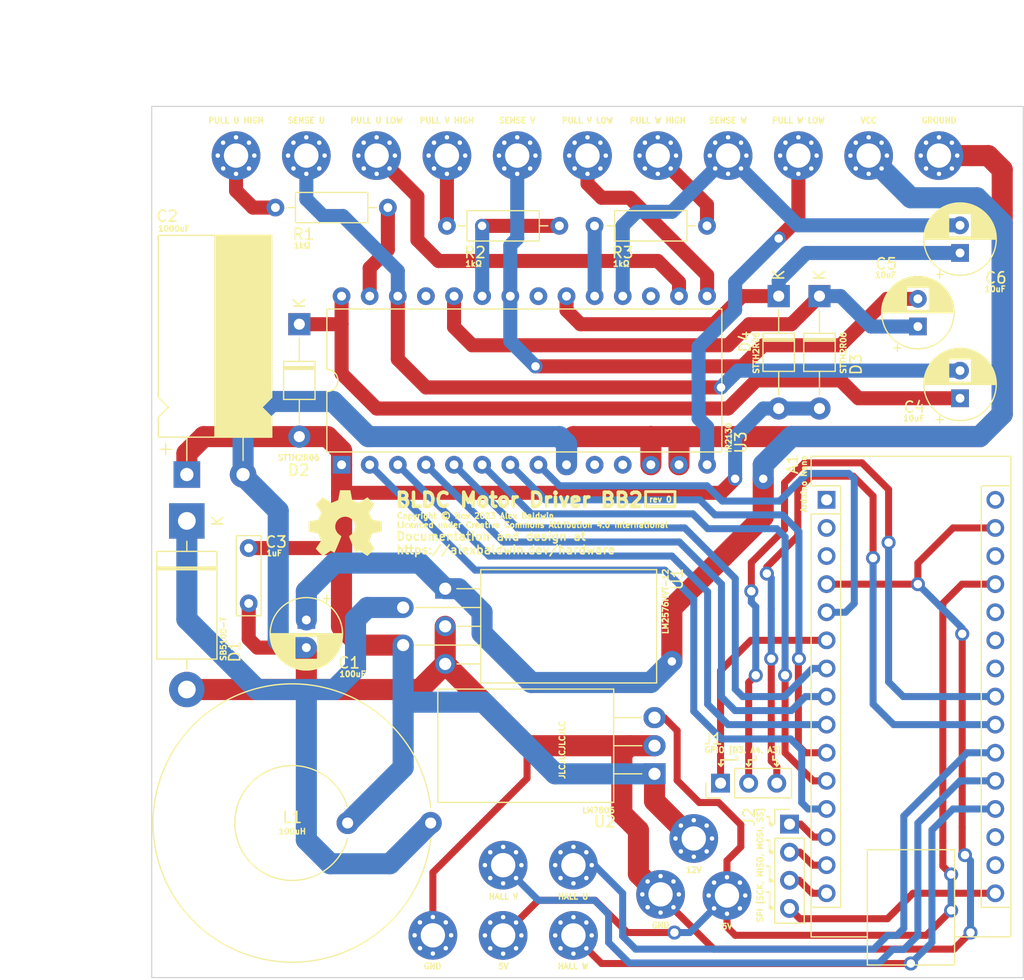
<source format=kicad_pcb>
(kicad_pcb (version 20211014) (generator pcbnew)
  (layers (0 "F.Cu" signal) (31 "B.Cu" signal) (34 "B.Paste" user) (35 "F.Paste" user) (36 "B.SilkS" user "B.Silkscreen") (37 "F.SilkS" user "F.Silkscreen") (38 "B.Mask" user) (39 "F.Mask" user) (44 "Edge.Cuts" user))
  (net 0 "")
  (net 4 "GNDPWR")
  (net 5 "/Motor Control/FAULT_LOGIC")
  (net 6 "/Motor Control/U_PULL_LOW_LOGIC")
  (net 7 "/Motor Control/W_PULL_HIGH_LOGIC")
  (net 8 "/Motor Control/V_PULL_HIGH_LOGIC")
  (net 9 "/Motor Control/W_PULL_LOW_LOGIC")
  (net 10 "/Motor Control/V_PULL_LOW_LOGIC")
  (net 11 "/Motor Control/U_PULL_HIGH_LOGIC")
  (net 14 "Net-(A1-Pad19)")
  (net 15 "Net-(A1-Pad20)")
  (net 16 "Net-(A1-Pad21)")
  (net 20 "+5V")
  (net 23 "VCC")
  (net 24 "+12V")
  (net 25 "Net-(C4-Pad1)")
  (net 26 "/Motor Control/MOTOR U")
  (net 27 "Net-(C5-Pad1)")
  (net 28 "/Motor Control/MOTOR_V")
  (net 29 "Net-(C6-Pad1)")
  (net 30 "/Motor Control/MOTOR_W")
  (net 31 "Net-(D1-Pad1)")
  (net 32 "/Motor Control/U_HIGH_SIDE_DRIVE")
  (net 33 "/Motor Control/U_LOW_SIDE_DRIVE")
  (net 34 "/Motor Control/V_HIGH_SIDE_DRIVE")
  (net 35 "/Motor Control/V_LOW_SIDE_DRIVE")
  (net 36 "/Motor Control/W_HIGH_SIDE_DRIVE")
  (net 37 "/Motor Control/W_LOW_SIDE_DRIVE")
  (net 38 "Net-(R1-Pad1)")
  (net 39 "Net-(R2-Pad1)")
  (net 40 "Net-(R3-Pad1)")
  (net 43 "Net-(A1-Pad13)")
  (net 44 "Net-(A1-Pad14)")
  (net 45 "Net-(A1-Pad15)")
  (net 46 "Net-(A1-Pad16)")
  (net 47 "Net-(A1-Pad22)")
  (net 48 "Net-(A1-Pad23)")
  (net 49 "Net-(J1-Pad1)")
  (footprint "Package_DIP:DIP-28_W15.24mm" (layer "F.Cu") (at 130.185 100.97 90)
    (fp_text reference "U3")
    (fp_text value "IR2130")
  )
  (footprint "Capacitor_THT:CP_Radial_D6.3mm_P2.50mm" (layer "F.Cu") (at 182.245 88.47428 90)
    (fp_text reference "C5")
    (fp_text value "10uF")
  )
  (footprint "Capacitor_THT:CP_Radial_D6.3mm_P2.50mm" (layer "F.Cu") (at 186.055 94.95952 90)
    (fp_text reference "C4")
    (fp_text value "10uF")
  )
  (footprint "Capacitor_THT:CP_Radial_D6.3mm_P2.50mm" (layer "F.Cu") (at 186.055 81.82738 90)
    (fp_text reference "C6")
    (fp_text value "10uF")
  )
  (footprint "Diode_THT:D_T-1_P10.16mm_Horizontal" (layer "F.Cu") (at 173.355 85.725 -90)
    (fp_text reference "D3")
    (fp_text value "STTH2R06")
  )
  (footprint "MountingHole:MountingHole_2.2mm_M2_Pad_Via" (layer "F.Cu") (at 165 139.9)
    (fp_text reference "H20" hide)
    (fp_text value "5VPWR")
  )
  (footprint "MountingHole:MountingHole_2.2mm_M2_Pad_Via" (layer "F.Cu") (at 146.05 73.025)
    (fp_text reference "H5" hide)
    (fp_text value "MOTOR_V")
  )
  (footprint "Custom_Capacitors:CP_L18.0mm_D10.0mm_P5.00mm_Horizontal" (layer "F.Cu") (at 118.745 101.854 90)
    (fp_text reference "C2")
    (fp_text value "1000uF")
  )
  (footprint "Package_TO_SOT_THT:TO-220-5_P3.4x3.8mm_StaggerEven_Lead7.13mm_TabDown" (layer "F.Cu") (at 139.545 112.17 -90)
    (fp_text reference "U1")
    (fp_text value "LM2576HVT-12")
  )
  (footprint "MountingHole:MountingHole_2.2mm_M2_Pad_Via" (layer "F.Cu") (at 138.43 143.5)
    (fp_text reference "H17" hide)
    (fp_text value "GND")
  )
  (footprint "MountingHole:MountingHole_2.2mm_M2_Pad_Via" (layer "F.Cu") (at 171.45 73.025)
    (fp_text reference "H9" hide)
    (fp_text value "W_LOW_SIDE_DRIVE")
  )
  (footprint "MountingHole:MountingHole_2.2mm_M2_Pad_Via" (layer "F.Cu") (at 159 139.8)
    (fp_text reference "H21" hide)
    (fp_text value "GND")
  )
  (footprint "Resistor_THT:R_Axial_DIN0207_L6.3mm_D2.5mm_P10.16mm_Horizontal" (layer "F.Cu") (at 149.86 79.375 180)
    (fp_text reference "R2")
    (fp_text value "1kΩ")
  )
  (footprint "Module:Arduino_Nano" (layer "F.Cu") (at 174 104.14)
    (fp_text reference "A1")
    (fp_text value "Arduino_Nano_v2.x")
  )
  (footprint "MountingHole:MountingHole_2.2mm_M2_Pad_Via" (layer "F.Cu") (at 151.13 143.51)
    (fp_text reference "H16" hide)
    (fp_text value "SENSE_W")
  )
  (footprint "MountingHole:MountingHole_2.2mm_M2_Pad_Via" (layer "F.Cu") (at 177.8 73.025)
    (fp_text reference "H10" hide)
    (fp_text value "VCC")
  )
  (footprint "MountingHole:MountingHole_2.2mm_M2_Pad_Via" (layer "F.Cu") (at 127 73.025)
    (fp_text reference "H2" hide)
    (fp_text value "MOTOR_U")
  )
  (footprint "MountingHole:MountingHole_2.2mm_M2_Pad_Via" (layer "F.Cu") (at 144.78 137.16)
    (fp_text reference "H15" hide)
    (fp_text value "SENSE_V")
  )
  (footprint "MountingHole:MountingHole_2.2mm_M2_Pad_Via" (layer "F.Cu") (at 162 134.75)
    (fp_text reference "H19" hide)
    (fp_text value "12VPWR")
  )
  (footprint "MountingHole:MountingHole_2.2mm_M2_Pad_Via" (layer "F.Cu") (at 133.35 73.025)
    (fp_text reference "H3" hide)
    (fp_text value "U_LOW_SIDE_DRIVE")
  )
  (footprint "Resistor_THT:R_Axial_DIN0207_L6.3mm_D2.5mm_P10.16mm_Horizontal" (layer "F.Cu") (at 153.035 79.375)
    (fp_text reference "R3")
    (fp_text value "1kΩ")
  )
  (footprint "Custom_Inductors:THT Toroidal Inductor Horizontal 25x12mm" (layer "F.Cu") (at 125.73 133.35)
    (fp_text reference "L1")
    (fp_text value "100uH")
  )
  (footprint "Connector_PinHeader_2.54mm:PinHeader_1x04_P2.54mm_Vertical" (layer "F.Cu") (at 170.65 133.45)
    (fp_text reference "J2")
    (fp_text value "SPI_CONNECTOR")
  )
  (footprint "MountingHole:MountingHole_2.2mm_M2_Pad_Via" (layer "F.Cu") (at 158.75 73.025)
    (fp_text reference "H7" hide)
    (fp_text value "W_HIGH_SIDE_DRIVE")
  )
  (footprint "Connector_PinHeader_2.54mm:PinHeader_1x03_P2.54mm_Vertical" (layer "F.Cu") (at 164.42 129.75 90)
    (fp_text reference "J1")
    (fp_text value "GPIO")
  )
  (footprint "Diode_THT:D_T-1_P10.16mm_Horizontal" (layer "F.Cu") (at 169.672 85.725 -90)
    (fp_text reference "D4")
    (fp_text value "STTH2R06")
  )
  (footprint "Capacitor_THT:CP_Radial_D6.3mm_P2.50mm" (layer "F.Cu") (at 127 114.99621 -90)
    (fp_text reference "C1")
    (fp_text value "100uF")
  )
  (footprint "Symbol:OSHW-Symbol_6.7x6mm_SilkScreen" (layer "F.Cu") (at 130.5 106.25)
    (fp_text reference "REF**" hide)
    (fp_text value "OSHW-Symbol_6.7x6mm_SilkScreen" hide)
  )
  (footprint "Diode_THT:D_T-1_P10.16mm_Horizontal" (layer "F.Cu") (at 126.365 88.265 -90)
    (fp_text reference "D2")
    (fp_text value "STTH2R06")
  )
  (footprint "Diode_THT:D_DO-201AD_P15.24mm_Horizontal" (layer "F.Cu") (at 116.205 106.045 -90)
    (fp_text reference "D1")
    (fp_text value "SB5100-T")
  )
  (footprint "MountingHole:MountingHole_2.2mm_M2_Pad_Via" (layer "F.Cu") (at 152.4 73.025)
    (fp_text reference "H6" hide)
    (fp_text value "V_LOW_SIDE_DRIVE")
  )
  (footprint "Resistor_THT:R_Axial_DIN0207_L6.3mm_D2.5mm_P10.16mm_Horizontal" (layer "F.Cu") (at 134.366 77.724 180)
    (fp_text reference "R1")
    (fp_text value "1kΩ")
  )
  (footprint "Capacitor_THT:C_Rect_L7.0mm_W2.0mm_P5.00mm" (layer "F.Cu") (at 121.793 108.498 -90)
    (fp_text reference "C3")
    (fp_text value "1uF")
  )
  (footprint "MountingHole:MountingHole_2.2mm_M2_Pad_Via" (layer "F.Cu") (at 139.7 73.025)
    (fp_text reference "H4" hide)
    (fp_text value "V_HIGH_SIDE_DRIVE")
  )
  (footprint "MountingHole:MountingHole_2.2mm_M2_Pad_Via" (layer "F.Cu") (at 120.65 73.025)
    (fp_text reference "H1" hide)
    (fp_text value "U_HIGH_SIDE_DRIVE")
  )
  (footprint "MountingHole:MountingHole_2.2mm_M2_Pad_Via" (layer "F.Cu") (at 165.1 73.025)
    (fp_text reference "H8" hide)
    (fp_text value "MOTOR_W")
  )
  (footprint "Package_TO_SOT_THT:TO-220-3_Horizontal_TabDown" (layer "F.Cu") (at 158.455 128.905 90)
    (fp_text reference "U2")
    (fp_text value "LM7805_TO220")
  )
  (footprint "MountingHole:MountingHole_2.2mm_M2_Pad_Via" (layer "F.Cu") (at 184.15 73.025)
    (fp_text reference "H11" hide)
    (fp_text value "GND")
  )
  (footprint "MountingHole:MountingHole_2.2mm_M2_Pad_Via" (layer "F.Cu") (at 144.78 143.51)
    (fp_text reference "H18" hide)
    (fp_text value "5VPWR")
  )
  (footprint "MountingHole:MountingHole_2.2mm_M2_Pad_Via" (layer "F.Cu") (at 151.13 137.16)
    (fp_text reference "H14" hide)
    (fp_text value "SENSE_U")
  )
  (gr_line (start 169 138.75) (end 169.15 138.6) (layer "F.SilkS") (width 0.15))
  (gr_line (start 157.65 103.4) (end 160.3 103.4) (layer "F.SilkS") (width 0.254))
  (gr_line (start 169 136.15) (end 169.15 136) (layer "F.SilkS") (width 0.15))
  (gr_line (start 169 141.2) (end 169.15 141.05) (layer "F.SilkS") (width 0.15))
  (gr_line (start 168.55 134.9) (end 168.85 134.9) (layer "F.SilkS") (width 0.15))
  (gr_line (start 169 140.9) (end 169.15 141.05) (layer "F.SilkS") (width 0.15))
  (gr_line (start 164.45 128.2) (end 164.25 128) (layer "F.SilkS") (width 0.15))
  (gr_line (start 166.95 128.2) (end 166.75 128) (layer "F.SilkS") (width 0.15))
  (gr_line (start 169.5 127.65) (end 169.15 127.65) (layer "F.SilkS") (width 0.15))
  (gr_line (start 169.5 128.2) (end 169.3 128) (layer "F.SilkS") (width 0.15))
  (gr_line (start 164.65 128) (end 164.45 128.2) (layer "F.SilkS") (width 0.15))
  (gr_line (start 168.85 139.6) (end 168.85 141.05) (layer "F.SilkS") (width 0.15))
  (gr_line (start 168.85 133.5) (end 169.15 133.5) (layer "F.SilkS") (width 0.15))
  (gr_line (start 164.25 128) (end 164.45 128.2) (layer "F.SilkS") (width 0.15))
  (gr_line (start 160.3 104.75) (end 157.65 104.75) (layer "F.SilkS") (width 0.254))
  (gr_line (start 169 133.65) (end 169.15 133.5) (layer "F.SilkS") (width 0.15))
  (gr_line (start 169 133.35) (end 169.15 133.5) (layer "F.SilkS") (width 0.15))
  (gr_line (start 167.6 127.3) (end 167.6 127.65) (layer "F.SilkS") (width 0.15))
  (gr_line (start 168.85 138.6) (end 169.15 138.6) (layer "F.SilkS") (width 0.15))
  (gr_line (start 164.45 127.65) (end 164.45 128.2) (layer "F.SilkS") (width 0.15))
  (gr_line (start 165.95 127.65) (end 164.45 127.65) (layer "F.SilkS") (width 0.15))
  (gr_line (start 157.65 104.75) (end 157.65 103.4) (layer "F.SilkS") (width 0.254))
  (gr_line (start 168.55 137.25) (end 168.85 137.25) (layer "F.SilkS") (width 0.15))
  (gr_line (start 168.55 132.8) (end 168.85 132.8) (layer "F.SilkS") (width 0.15))
  (gr_line (start 169 138.45) (end 169.15 138.6) (layer "F.SilkS") (width 0.15))
  (gr_line (start 169.15 127.65) (end 169.15 127.3) (layer "F.SilkS") (width 0.15))
  (gr_line (start 165.95 127.3) (end 165.95 127.65) (layer "F.SilkS") (width 0.15))
  (gr_line (start 169.15 141.05) (end 169 140.9) (layer "F.SilkS") (width 0.15))
  (gr_line (start 168.85 136) (end 169.15 136) (layer "F.SilkS") (width 0.15))
  (gr_line (start 169 135.85) (end 169.15 136) (layer "F.SilkS") (width 0.15))
  (gr_line (start 169.7 128) (end 169.5 128.2) (layer "F.SilkS") (width 0.15))
  (gr_line (start 167.6 127.65) (end 166.95 127.65) (layer "F.SilkS") (width 0.15))
  (gr_line (start 168.85 132.8) (end 168.85 133.5) (layer "F.SilkS") (width 0.15))
  (gr_line (start 166.95 127.65) (end 166.95 128.2) (layer "F.SilkS") (width 0.15))
  (gr_line (start 168.85 137.25) (end 168.85 138.6) (layer "F.SilkS") (width 0.15))
  (gr_line (start 168.85 134.9) (end 168.85 136) (layer "F.SilkS") (width 0.15))
  (gr_line (start 160.3 103.4) (end 160.3 104.75) (layer "F.SilkS") (width 0.254))
  (gr_line (start 169.5 128.2) (end 169.5 127.65) (layer "F.SilkS") (width 0.15))
  (gr_line (start 168.55 139.6) (end 168.85 139.6) (layer "F.SilkS") (width 0.15))
  (gr_line (start 167.15 128) (end 166.95 128.2) (layer "F.SilkS") (width 0.15))
  (gr_line (start 168.85 141.05) (end 169.15 141.05) (layer "F.SilkS") (width 0.15))
  (gr_rect (start 113.03 68.58) (end 191.77 147.32) (layer "Edge.Cuts") (width 0.1) (fill none))
  (gr_text "rev 0" (at 157.9 104.1) (layer "F.SilkS") (effects (font (size 0.508 0.508) (thickness 0.127)) (justify left)))
  (gr_text "STTH2R06" (at 175.514 88.9 90) (layer "F.SilkS") (effects (font (size 0.508 0.508) (thickness 0.127)) (justify right)))
  (gr_text "Arduino Nano" (at 171.95 102.7 90) (layer "F.SilkS") (effects (font (size 0.508 0.508) (thickness 0.127))))
  (gr_text "1kΩ" (at 126.619 81.153) (layer "F.SilkS") (effects (font (size 0.508 0.508) (thickness 0.127))))
  (gr_text "1kΩ" (at 155.448 82.804) (layer "F.SilkS") (effects (font (size 0.508 0.508) (thickness 0.127))))
  (gr_text "PULL U HIGH" (at 120.65 69.85) (layer "F.SilkS") (effects (font (size 0.508 0.508) (thickness 0.127))))
  (gr_text "1000uF\n" (at 113.538 79.629) (layer "F.SilkS") (effects (font (size 0.508 0.508) (thickness 0.127)) (justify left)))
  (gr_text "SENSE V" (at 146.05 69.85) (layer "F.SilkS") (effects (font (size 0.508 0.508) (thickness 0.127))))
  (gr_text "IR2130" (at 165.15 99.95 90) (layer "F.SilkS") (effects (font (size 0.508 0.508) (thickness 0.127)) (justify left)))
  (gr_text "LM2576HVT-12" (at 159.45 110.3 90) (layer "F.SilkS") (effects (font (size 0.508 0.508) (thickness 0.127)) (justify right)))
  (gr_text "HALL V" (at 144.8 140) (layer "F.SilkS") (effects (font (size 0.508 0.508) (thickness 0.127))))
  (gr_text "PULL W HIGH" (at 158.75 69.85) (layer "F.SilkS") (effects (font (size 0.508 0.508) (thickness 0.127))))
  (gr_text "LM7805" (at 154.94 132.207) (layer "F.SilkS") (effects (font (size 0.508 0.508) (thickness 0.127)) (justify right)))
  (gr_text "BLDC Motor Driver BB2" (at 134.9 104.15) (layer "F.SilkS") (effects (font (size 1.27 1.27) (thickness 0.3175)) (justify left)))
  (gr_text "GND" (at 138.4 146.3) (layer "F.SilkS") (effects (font (size 0.508 0.508) (thickness 0.127))))
  (gr_text "JLCJLCJLCJLC" (at 150.114 126.746 90) (layer "F.SilkS") (effects (font (size 0.508 0.508) (thickness 0.127))))
  (gr_text "STTH2R06" (at 128.27 100.33) (layer "F.SilkS") (effects (font (size 0.508 0.508) (thickness 0.127)) (justify right)))
  (gr_text "SENSE U" (at 127 69.85) (layer "F.SilkS") (effects (font (size 0.508 0.508) (thickness 0.127))))
  (gr_text "SENSE W" (at 165.1 69.85) (layer "F.SilkS") (effects (font (size 0.508 0.508) (thickness 0.127))))
  (gr_text "VCC" (at 177.8 69.85) (layer "F.SilkS") (effects (font (size 0.508 0.508) (thickness 0.127))))
  (gr_text "10uF" (at 180.848 96.774) (layer "F.SilkS") (effects (font (size 0.508 0.508) (thickness 0.127)) (justify left)))
  (gr_text "5V" (at 165 142.7) (layer "F.SilkS") (effects (font (size 0.508 0.508) (thickness 0.127))))
  (gr_text "10uF" (at 188.214 85.09) (layer "F.SilkS") (effects (font (size 0.508 0.508) (thickness 0.127)) (justify left)))
  (gr_text "GPIO [D3, A4, A3]" (at 162.9 126.75) (layer "F.SilkS") (effects (font (size 0.508 0.508) (thickness 0.127)) (justify left)))
  (gr_text "HALL W" (at 151.1 146.3) (layer "F.SilkS") (effects (font (size 0.508 0.508) (thickness 0.127))))
  (gr_text "5V" (at 144.8 146.3) (layer "F.SilkS") (effects (font (size 0.508 0.508) (thickness 0.127))))
  (gr_text "1uF\n" (at 123.317 108.966) (layer "F.SilkS") (effects (font (size 0.508 0.508) (thickness 0.127)) (justify left)))
  (gr_text "Copyright © Nov 2023 Alex Baldwin\nLicenced under Creative Commons Attribution 4.0 International" (at 135.1 106) (layer "F.SilkS") (effects (font (size 0.508 0.508) (thickness 0.127)) (justify left)))
  (gr_text "STTH2R06" (at 167.64 88.9 90) (layer "F.SilkS") (effects (font (size 0.508 0.508) (thickness 0.127)) (justify right)))
  (gr_text "SB5100-T" (at 119.507 116.713 90) (layer "F.SilkS") (effects (font (size 0.508 0.508) (thickness 0.127))))
  (gr_text "PULL V HIGH" (at 139.7 69.85) (layer "F.SilkS") (effects (font (size 0.508 0.508) (thickness 0.127))))
  (gr_text "PULL W LOW" (at 171.45 69.85) (layer "F.SilkS") (effects (font (size 0.508 0.508) (thickness 0.127))))
  (gr_text "SPI [SCK, MISO, MOSI, SS]" (at 168 131.9 90) (layer "F.SilkS") (effects (font (size 0.508 0.508) (thickness 0.127)) (justify right)))
  (gr_text "Documentation and design at\nhttps://alexbaldwin.dev/hardware" (at 135.05 108.05) (layer "F.SilkS") (effects (font (size 0.762 0.762)) (justify left)))
  (gr_text "GROUND" (at 184.15 69.85) (layer "F.SilkS") (effects (font (size 0.508 0.508) (thickness 0.127))))
  (gr_text "100uF" (at 129.921 119.888) (layer "F.SilkS") (effects (font (size 0.508 0.508) (thickness 0.127)) (justify left)))
  (gr_text "PULL U LOW" (at 133.35 69.85) (layer "F.SilkS") (effects (font (size 0.508 0.508) (thickness 0.127))))
  (gr_text "12V" (at 162 137.6) (layer "F.SilkS") (effects (font (size 0.508 0.508) (thickness 0.127))))
  (gr_text "GND" (at 159 142.6) (layer "F.SilkS") (effects (font (size 0.508 0.508) (thickness 0.127))))
  (gr_text "HALL U" (at 151.1 140) (layer "F.SilkS") (effects (font (size 0.508 0.508) (thickness 0.127))))
  (gr_text "PULL V LOW" (at 152.4 69.85) (layer "F.SilkS") (effects (font (size 0.508 0.508) (thickness 0.127))))
  (gr_text "100uH" (at 125.73 134.112) (layer "F.SilkS") (effects (font (size 0.508 0.508) (thickness 0.127))))
  (gr_text "10uF" (at 178.308 83.82) (layer "F.SilkS") (effects (font (size 0.508 0.508) (thickness 0.127)) (justify left)))
  (gr_text "1kΩ" (at 142.113 82.804) (layer "F.SilkS") (effects (font (size 0.508 0.508) (thickness 0.127))))
  (segment (start 187 143.25) (end 185.5 144.75) (width 0.635) (layer "F.Cu") (net 4))
  (segment (start 146.94 129.31) (end 146.94 126.365) (width 0.635) (layer "F.Cu") (net 4))
  (segment (start 158.125 100.97) (end 158.125 98.435) (width 1.905) (layer "F.Cu") (net 4))
  (segment (start 187.833 98.425) (end 189.865 96.393) (width 1.905) (layer "F.Cu") (net 4))
  (segment (start 155.575 127) (end 156.21 126.365) (width 0.635) (layer "F.Cu") (net 4))
  (segment (start 139.545 118.97) (end 146.94 126.365) (width 1.905) (layer "F.Cu") (net 4))
  (segment (start 186.25 116.25) (end 186.25 133.75) (width 0.635) (layer "F.Cu") (net 4))
  (segment (start 160.665 100.97) (end 160.665 99.07) (width 1.905) (layer "F.Cu") (net 4))
  (segment (start 158.455 126.365) (end 156.21 126.365) (width 1.905) (layer "F.Cu") (net 4))
  (segment (start 182.245 109.855) (end 182.245 111.76) (width 0.635) (layer "F.Cu") (net 4))
  (segment (start 116.205 121.285) (end 127 121.285) (width 1.905) (layer "F.Cu") (net 4))
  (segment (start 185.5 144.75) (end 163.8 144.75) (width 0.635) (layer "F.Cu") (net 4))
  (segment (start 189.24 106.68) (end 185.42 106.68) (width 0.635) (layer "F.Cu") (net 4))
  (segment (start 127 121.285) (end 127 117.49621) (width 1.905) (layer "F.Cu") (net 4))
  (segment (start 122.57621 117.49621) (end 121.793 116.713) (width 1.27) (layer "F.Cu") (net 4))
  (segment (start 157 137.95) (end 157 134) (width 1.905) (layer "F.Cu") (net 4))
  (segment (start 146.94 126.365) (end 156.21 126.365) (width 1.905) (layer "F.Cu") (net 4))
  (segment (start 186.25 136) (end 186.5 136.25) (width 0.635) (layer "F.Cu") (net 4))
  (segment (start 155.5 132.5) (end 155.5 127.075) (width 1.905) (layer "F.Cu") (net 4))
  (segment (start 150.505 100.97) (end 150.505 99.05) (width 1.905) (layer "F.Cu") (net 4))
  (segment (start 185.42 106.68) (end 182.245 109.855) (width 0.635) (layer "F.Cu") (net 4))
  (segment (start 151.13 98.425) (end 158.115 98.425) (width 1.905) (layer "F.Cu") (net 4))
  (segment (start 139.545 115.57) (end 139.545 118.97) (width 1.905) (layer "F.Cu") (net 4))
  (segment (start 188.595 73.025) (end 184.15 73.025) (width 1.905) (layer "F.Cu") (net 4))
  (segment (start 150.505 99.05) (end 151.13 98.425) (width 1.905) (layer "F.Cu") (net 4))
  (segment (start 159 139.95) (end 157 137.95) (width 1.905) (layer "F.Cu") (net 4))
  (segment (start 163.8 144.75) (end 159 139.95) (width 0.635) (layer "F.Cu") (net 4))
  (segment (start 157 134) (end 155.5 132.5) (width 1.905) (layer "F.Cu") (net 4))
  (segment (start 174 111.76) (end 182.245 111.76) (width 0.635) (layer "F.Cu") (net 4))
  (segment (start 127 117.49621) (end 122.57621 117.49621) (width 1.27) (layer "F.Cu") (net 4))
  (segment (start 158.125 98.435) (end 158.115 98.425) (width 1.905) (layer "F.Cu") (net 4))
  (segment (start 138.43 143.51) (end 138.43 137.82) (width 0.635) (layer "F.Cu") (net 4))
  (segment (start 138.43 137.82) (end 146.94 129.31) (width 0.635) (layer "F.Cu") (net 4))
  (segment (start 137.23 121.285) (end 139.545 118.97) (width 1.905) (layer "F.Cu") (net 4))
  (segment (start 186.25 133.75) (end 186.25 136) (width 0.635) (layer "F.Cu") (net 4))
  (segment (start 189.865 96.393) (end 189.865 74.295) (width 1.905) (layer "F.Cu") (net 4))
  (segment (start 189.865 74.295) (end 188.595 73.025) (width 1.905) (layer "F.Cu") (net 4))
  (segment (start 127 121.285) (end 137.23 121.285) (width 1.905) (layer "F.Cu") (net 4))
  (segment (start 158.115 98.425) (end 187.833 98.425) (width 1.905) (layer "F.Cu") (net 4))
  (segment (start 155.5 127.075) (end 156.21 126.365) (width 1.905) (layer "F.Cu") (net 4))
  (segment (start 121.793 116.713) (end 121.793 113.498) (width 1.27) (layer "F.Cu") (net 4))
  (via (at 186.5 136.25) (size 1.27) (drill 0.762) (layers "F.Cu" "B.Cu") (net 4))
  (via (at 187 143.25) (size 1.27) (drill 0.762) (layers "F.Cu" "B.Cu") (net 4))
  (via (at 186.25 116.25) (size 1.27) (drill 0.762) (layers "F.Cu" "B.Cu") (net 4))
  (via (at 182.245 111.76) (size 1.27) (drill 0.762) (layers "F.Cu" "B.Cu") (net 4))
  (segment (start 125.11621 117.49621) (end 124.46 116.84) (width 1.905) (layer "B.Cu") (net 4))
  (segment (start 186 115.5) (end 186.25 115.75) (width 0.635) (layer "B.Cu") (net 4))
  (segment (start 132.588 98.425) (end 149.86 98.425) (width 1.905) (layer "B.Cu") (net 4))
  (segment (start 129.413 95.25) (end 132.588 98.425) (width 1.905) (layer "B.Cu") (net 4))
  (segment (start 127 117.49621) (end 125.11621 117.49621) (width 1.905) (layer "B.Cu") (net 4))
  (segment (start 186.5 136.25) (end 187 136.75) (width 0.635) (layer "B.Cu") (net 4))
  (segment (start 184.235 113.75) (end 184.25 113.75) (width 0.635) (layer "B.Cu") (net 4))
  (segment (start 187 136.75) (end 187 141.25) (width 0.635) (layer "B.Cu") (net 4))
  (segment (start 121.2865 97.7885) (end 123.825 95.25) (width 1.905) (layer "B.Cu") (net 4))
  (segment (start 149.86 98.425) (end 150.505 99.07) (width 1.905) (layer "B.Cu") (net 4))
  (segment (start 121.2865 101.9545) (end 121.2865 97.7885) (width 1.905) (layer "B.Cu") (net 4))
  (segment (start 124.46 105.128) (end 121.2865 101.9545) (width 1.905) (layer "B.Cu") (net 4))
  (segment (start 150.505 99.07) (end 150.505 100.97) (width 1.905) (layer "B.Cu") (net 4))
  (segment (start 186.25 115.75) (end 186.25 116.25) (width 0.635) (layer "B.Cu") (net 4))
  (segment (start 123.825 95.25) (end 129.413 95.25) (width 1.905) (layer "B.Cu") (net 4))
  (segment (start 184.235 113.75) (end 182.245 111.76) (width 0.635) (layer "B.Cu") (net 4))
  (segment (start 124.46 116.84) (end 124.46 105.128) (width 1.905) (layer "B.Cu") (net 4))
  (segment (start 187 141.25) (end 187 143.25) (width 0.635) (layer "B.Cu") (net 4))
  (segment (start 184.25 113.75) (end 186 115.5) (width 0.635) (layer "B.Cu") (net 4))
  (segment (start 175.7 114.3) (end 176.5 113.5) (width 0.635) (layer "B.Cu") (net 5))
  (segment (start 149.865 102.87) (end 147.965 100.97) (width 0.635) (layer "B.Cu") (net 5))
  (segment (start 176 101.75) (end 172.25 101.75) (width 0.635) (layer "B.Cu") (net 5))
  (segment (start 176.5 102.25) (end 176 101.75) (width 0.635) (layer "B.Cu") (net 5))
  (segment (start 174 114.3) (end 175.7 114.3) (width 0.635) (layer "B.Cu") (net 5))
  (segment (start 163.195 102.87) (end 149.865 102.87) (width 0.635) (layer "B.Cu") (net 5))
  (segment (start 164.575 104.25) (end 163.195 102.87) (width 0.635) (layer "B.Cu") (net 5))
  (segment (start 172.25 101.75) (end 169.75 104.25) (width 0.635) (layer "B.Cu") (net 5))
  (segment (start 176.5 113.5) (end 176.5 102.25) (width 0.635) (layer "B.Cu") (net 5))
  (segment (start 169.75 104.25) (end 164.575 104.25) (width 0.635) (layer "B.Cu") (net 5))
  (segment (start 166.42 121.92) (end 165.75 121.25) (width 0.635) (layer "B.Cu") (net 6))
  (segment (start 165.75 121.25) (end 165.75 111.25) (width 0.635) (layer "B.Cu") (net 6))
  (segment (start 172.72 119.38) (end 170.18 121.92) (width 0.635) (layer "B.Cu") (net 6))
  (segment (start 170.18 121.92) (end 166.42 121.92) (width 0.635) (layer "B.Cu") (net 6))
  (segment (start 146.055 106.68) (end 160.82 106.68) (width 0.635) (layer "B.Cu") (net 6))
  (segment (start 165.75 111.25) (end 161.18 106.68) (width 0.635) (layer "B.Cu") (net 6))
  (segment (start 140.345 100.97) (end 146.055 106.68) (width 0.635) (layer "B.Cu") (net 6))
  (segment (start 174 119.38) (end 172.72 119.38) (width 0.635) (layer "B.Cu") (net 6))
  (segment (start 161.18 106.68) (end 160.82 106.68) (width 0.635) (layer "B.Cu") (net 6))
  (segment (start 165.735 123.19) (end 164.5 121.955) (width 0.635) (layer "B.Cu") (net 7))
  (segment (start 172.085 121.92) (end 170.815 123.19) (width 0.635) (layer "B.Cu") (net 7))
  (segment (start 164.5 121.955) (end 164.5 111.75) (width 0.635) (layer "B.Cu") (net 7))
  (segment (start 174 121.92) (end 172.085 121.92) (width 0.635) (layer "B.Cu") (net 7))
  (segment (start 160.7 107.95) (end 144.785 107.95) (width 0.635) (layer "B.Cu") (net 7))
  (segment (start 164.5 111.75) (end 160.7 107.95) (width 0.635) (layer "B.Cu") (net 7))
  (segment (start 170.815 123.19) (end 165.735 123.19) (width 0.635) (layer "B.Cu") (net 7))
  (segment (start 144.785 107.95) (end 137.805 100.97) (width 0.635) (layer "B.Cu") (net 7))
  (segment (start 163.25 122.61) (end 165.1 124.46) (width 0.635) (layer "B.Cu") (net 8))
  (segment (start 143.515 109.22) (end 160.02 109.22) (width 0.635) (layer "B.Cu") (net 8))
  (segment (start 160.02 109.22) (end 163.25 112.45) (width 0.635) (layer "B.Cu") (net 8))
  (segment (start 135.265 100.97) (end 143.515 109.22) (width 0.635) (layer "B.Cu") (net 8))
  (segment (start 163.25 112.45) (end 163.25 122.61) (width 0.635) (layer "B.Cu") (net 8))
  (segment (start 165.1 124.46) (end 174 124.46) (width 0.635) (layer "B.Cu") (net 8))
  (segment (start 171.45 126.365) (end 172.085 127) (width 0.635) (layer "F.Cu") (net 9))
  (segment (start 171.45 124.46) (end 171.45 118.55) (width 0.635) (layer "F.Cu") (net 9))
  (segment (start 172.085 127) (end 174 127) (width 0.635) (layer "F.Cu") (net 9))
  (segment (start 171.45 118.55) (end 171.5 118.5) (width 0.635) (layer "F.Cu") (net 9))
  (segment (start 171.45 124.46) (end 171.45 126.365) (width 0.635) (layer "F.Cu") (net 9))
  (via (at 171.5 118.5) (size 1.27) (drill 0.762) (layers "F.Cu" "B.Cu") (net 9))
  (segment (start 171.5 118.5) (end 171.5 107) (width 0.635) (layer "B.Cu") (net 9))
  (segment (start 170 105.5) (end 163.92 105.5) (width 0.635) (layer "B.Cu") (net 9))
  (segment (start 163.92 105.5) (end 162.56 104.14) (width 0.635) (layer "B.Cu") (net 9))
  (segment (start 148.595 104.14) (end 145.425 100.97) (width 0.635) (layer "B.Cu") (net 9))
  (segment (start 162.56 104.14) (end 148.595 104.14) (width 0.635) (layer "B.Cu") (net 9))
  (segment (start 171.5 107) (end 170 105.5) (width 0.635) (layer "B.Cu") (net 9))
  (segment (start 170.25 127) (end 172.79 129.54) (width 0.635) (layer "F.Cu") (net 10))
  (segment (start 170.25 120) (end 170.25 127) (width 0.635) (layer "F.Cu") (net 10))
  (segment (start 172.79 129.54) (end 174 129.54) (width 0.635) (layer "F.Cu") (net 10))
  (via (at 170.25 120) (size 1.27) (drill 0.762) (layers "F.Cu" "B.Cu") (net 10))
  (segment (start 142.885 100.97) (end 147.325 105.41) (width 0.635) (layer "B.Cu") (net 10))
  (segment (start 163.265 106.75) (end 169.5 106.75) (width 0.635) (layer "B.Cu") (net 10))
  (segment (start 147.325 105.41) (end 161.925 105.41) (width 0.635) (layer "B.Cu") (net 10))
  (segment (start 170.25 107.5) (end 170.25 108.75) (width 0.635) (layer "B.Cu") (net 10))
  (segment (start 170.25 108.75) (end 170.25 120) (width 0.635) (layer "B.Cu") (net 10))
  (segment (start 161.925 105.41) (end 163.265 106.75) (width 0.635) (layer "B.Cu") (net 10))
  (segment (start 169.5 106.75) (end 170.25 107.5) (width 0.635) (layer "B.Cu") (net 10))
  (segment (start 174 132.08) (end 172.33 132.08) (width 0.635) (layer "B.Cu") (net 11))
  (segment (start 164.5 125.75) (end 162 123.25) (width 0.635) (layer "B.Cu") (net 11))
  (segment (start 171.75 131.5) (end 171.75 126.75) (width 0.635) (layer "B.Cu") (net 11))
  (segment (start 172.33 132.08) (end 171.75 131.5) (width 0.635) (layer "B.Cu") (net 11))
  (segment (start 170.75 125.75) (end 164.5 125.75) (width 0.635) (layer "B.Cu") (net 11))
  (segment (start 159.385 110.49) (end 142.245 110.49) (width 0.635) (layer "B.Cu") (net 11))
  (segment (start 142.245 110.49) (end 132.725 100.97) (width 0.635) (layer "B.Cu") (net 11))
  (segment (start 162 123.25) (end 162 113.105) (width 0.635) (layer "B.Cu") (net 11))
  (segment (start 162 113.105) (end 159.385 110.49) (width 0.635) (layer "B.Cu") (net 11))
  (segment (start 171.75 126.75) (end 170.75 125.75) (width 0.635) (layer "B.Cu") (net 11))
  (segment (start 153.67 146.05) (end 151.13 143.51) (width 0.635) (layer "F.Cu") (net 14))
  (segment (start 181.61 146.05) (end 153.67 146.05) (width 0.635) (layer "F.Cu") (net 14))
  (via (at 181.61 146.05) (size 1.27) (drill 0.762) (layers "F.Cu" "B.Cu") (net 14))
  (segment (start 185.42 132.08) (end 189.24 132.08) (width 0.635) (layer "B.Cu") (net 14))
  (segment (start 181.61 146.05) (end 183.515 144.145) (width 0.635) (layer "B.Cu") (net 14))
  (segment (start 183.515 144.145) (end 183.515 133.985) (width 0.635) (layer "B.Cu") (net 14))
  (segment (start 183.515 133.985) (end 185.42 132.08) (width 0.635) (layer "B.Cu") (net 14))
  (segment (start 189.24 129.54) (end 186.055 129.54) (width 0.635) (layer "B.Cu") (net 15))
  (segment (start 153.035 140.335) (end 147.955 140.335) (width 0.635) (layer "B.Cu") (net 15))
  (segment (start 180.975 144.78) (end 179.97 144.78) (width 0.635) (layer "B.Cu") (net 15))
  (segment (start 178.75 146) (end 156.16 146) (width 0.635) (layer "B.Cu") (net 15))
  (segment (start 179.97 144.78) (end 178.75 146) (width 0.635) (layer "B.Cu") (net 15))
  (segment (start 186.055 129.54) (end 182.245 133.35) (width 0.635) (layer "B.Cu") (net 15))
  (segment (start 154.305 141.605) (end 153.035 140.335) (width 0.635) (layer "B.Cu") (net 15))
  (segment (start 182.245 133.35) (end 182.245 143.51) (width 0.635) (layer "B.Cu") (net 15))
  (segment (start 154.305 144.145) (end 154.305 141.605) (width 0.635) (layer "B.Cu") (net 15))
  (segment (start 182.245 143.51) (end 180.975 144.78) (width 0.635) (layer "B.Cu") (net 15))
  (segment (start 147.955 140.335) (end 144.78 137.16) (width 0.635) (layer "B.Cu") (net 15))
  (segment (start 156.16 146) (end 154.305 144.145) (width 0.635) (layer "B.Cu") (net 15))
  (segment (start 186.69 127) (end 180.975 132.715) (width 0.635) (layer "B.Cu") (net 16))
  (segment (start 155.575 143.575) (end 155.575 142.425) (width 0.635) (layer "B.Cu") (net 16))
  (segment (start 155.575 139.7) (end 153.035 137.16) (width 0.635) (layer "B.Cu") (net 16))
  (segment (start 179.49 143.51) (end 178.25 144.75) (width 0.635) (layer "B.Cu") (net 16))
  (segment (start 156.75 144.75) (end 155.575 143.575) (width 0.635) (layer "B.Cu") (net 16))
  (segment (start 180.975 132.715) (end 180.975 142.875) (width 0.635) (layer "B.Cu") (net 16))
  (segment (start 180.975 142.875) (end 180.34 143.51) (width 0.635) (layer "B.Cu") (net 16))
  (segment (start 189.24 127) (end 186.69 127) (width 0.635) (layer "B.Cu") (net 16))
  (segment (start 180.34 143.51) (end 179.49 143.51) (width 0.635) (layer "B.Cu") (net 16))
  (segment (start 155.575 142.875) (end 155.575 142.425) (width 0.635) (layer "B.Cu") (net 16))
  (segment (start 178.25 144.75) (end 156.75 144.75) (width 0.635) (layer "B.Cu") (net 16))
  (segment (start 155.575 142.425) (end 155.575 139.7) (width 0.635) (layer "B.Cu") (net 16))
  (segment (start 153.035 137.16) (end 151.13 137.16) (width 0.635) (layer "B.Cu") (net 16))
  (segment (start 156 143.25) (end 160.25 143.25) (width 0.635) (layer "F.Cu") (net 20))
  (segment (start 144.78 143.51) (end 147.955 140.335) (width 0.635) (layer "F.Cu") (net 20))
  (segment (start 186.24 111.76) (end 189.24 111.76) (width 0.635) (layer "F.Cu") (net 20))
  (segment (start 184.5 135) (end 184.5 137.25) (width 0.635) (layer "F.Cu") (net 20))
  (segment (start 166.25 133.5) (end 166.25 135.5) (width 0.635) (layer "F.Cu") (net 20))
  (segment (start 165.75 143.5) (end 165 142.75) (width 0.635) (layer "F.Cu") (net 20))
  (segment (start 158.455 123.825) (end 159.325 123.825) (width 0.635) (layer "F.Cu") (net 20))
  (segment (start 154.305 141.555) (end 156 143.25) (width 0.635) (layer "F.Cu") (net 20))
  (segment (start 160.5 125) (end 160.5 129.5) (width 0.635) (layer "F.Cu") (net 20))
  (segment (start 165 142.75) (end 165 139.9) (width 0.635) (layer "F.Cu") (net 20))
  (segment (start 159.325 123.825) (end 160.5 125) (width 0.635) (layer "F.Cu") (net 20))
  (segment (start 164.25 131.5) (end 166.25 133.5) (width 0.635) (layer "F.Cu") (net 20))
  (segment (start 147.955 140.335) (end 153.085 140.335) (width 0.635) (layer "F.Cu") (net 20))
  (segment (start 185.25 141.25) (end 183 143.5) (width 0.635) (layer "F.Cu") (net 20))
  (segment (start 162.5 131.5) (end 164.25 131.5) (width 0.635) (layer "F.Cu") (net 20))
  (segment (start 184.5 135) (end 184.5 113.5) (width 0.635) (layer "F.Cu") (net 20))
  (segment (start 184.5 113.5) (end 186.24 111.76) (width 0.635) (layer "F.Cu") (net 20))
  (segment (start 184.5 137.25) (end 185.25 138) (width 0.635) (layer "F.Cu") (net 20))
  (segment (start 165 136.75) (end 165 139.9) (width 0.635) (layer "F.Cu") (net 20))
  (segment (start 160.5 129.5) (end 162.5 131.5) (width 0.635) (layer "F.Cu") (net 20))
  (segment (start 183 143.5) (end 165.75 143.5) (width 0.635) (layer "F.Cu") (net 20))
  (segment (start 166.25 135.5) (end 165 136.75) (width 0.635) (layer "F.Cu") (net 20))
  (segment (start 153.085 140.335) (end 154.305 141.555) (width 0.635) (layer "F.Cu") (net 20))
  (via (at 185.25 141.25) (size 1.27) (drill 0.762) (layers "F.Cu" "B.Cu") (net 20))
  (via (at 160.25 143.25) (size 1.27) (drill 0.762) (layers "F.Cu" "B.Cu") (net 20))
  (via (at 185.25 138) (size 1.27) (drill 0.762) (layers "F.Cu" "B.Cu") (net 20))
  (segment (start 160.25 143.25) (end 161.65 143.25) (width 0.635) (layer "B.Cu") (net 20))
  (segment (start 161.65 143.25) (end 165 139.9) (width 0.635) (layer "B.Cu") (net 20))
  (segment (start 185.25 138) (end 185.25 141.25) (width 0.635) (layer "B.Cu") (net 20))
  (segment (start 160.02 113.919) (end 160.02 118.745) (width 1.905) (layer "F.Cu") (net 23))
  (segment (start 168.275 105.664) (end 160.02 113.919) (width 1.905) (layer "F.Cu") (net 23))
  (segment (start 168.275 102.235) (end 168.275 105.664) (width 1.905) (layer "F.Cu") (net 23))
  (via (at 168.275 102.235) (size 1.27) (drill 0.762) (layers "F.Cu" "B.Cu") (net 23))
  (via (at 160.02 118.745) (size 1.27) (drill 0.762) (layers "F.Cu" "B.Cu") (net 23))
  (segment (start 177.8 73.025) (end 181.61 76.835) (width 1.905) (layer "B.Cu") (net 23))
  (segment (start 189.865 96.393) (end 187.833 98.425) (width 1.905) (layer "B.Cu") (net 23))
  (segment (start 129.54 109.855) (end 137.23 109.855) (width 1.905) (layer "B.Cu") (net 23))
  (segment (start 147.32 120.65) (end 158.115 120.65) (width 1.905) (layer "B.Cu") (net 23))
  (segment (start 142.875 114.3) (end 142.875 116.205) (width 1.905) (layer "B.Cu") (net 23))
  (segment (start 139.545 112.17) (end 140.745 112.17) (width 1.905) (layer "B.Cu") (net 23))
  (segment (start 137.23 109.855) (end 139.545 112.17) (width 1.905) (layer "B.Cu") (net 23))
  (segment (start 187.579 76.835) (end 189.865 79.121) (width 1.905) (layer "B.Cu") (net 23))
  (segment (start 158.115 120.65) (end 160.02 118.745) (width 1.905) (layer "B.Cu") (net 23))
  (segment (start 127 114.99621) (end 127 112.395) (width 1.905) (layer "B.Cu") (net 23))
  (segment (start 168.275 100.965) (end 168.275 102.235) (width 1.905) (layer "B.Cu") (net 23))
  (segment (start 189.865 79.121) (end 189.865 96.393) (width 1.905) (layer "B.Cu") (net 23))
  (segment (start 142.875 116.205) (end 147.32 120.65) (width 1.905) (layer "B.Cu") (net 23))
  (segment (start 140.745 112.17) (end 142.875 114.3) (width 1.905) (layer "B.Cu") (net 23))
  (segment (start 127 112.395) (end 129.54 109.855) (width 1.905) (layer "B.Cu") (net 23))
  (segment (start 170.815 98.425) (end 168.275 100.965) (width 1.905) (layer "B.Cu") (net 23))
  (segment (start 187.833 98.425) (end 170.815 98.425) (width 1.905) (layer "B.Cu") (net 23))
  (segment (start 181.61 76.835) (end 187.579 76.835) (width 1.905) (layer "B.Cu") (net 23))
  (segment (start 116.2065 99.9475) (end 116.2065 101.9545) (width 1.905) (layer "F.Cu") (net 24))
  (segment (start 165.735 102.235) (end 164.465 103.505) (width 1.27) (layer "F.Cu") (net 24))
  (segment (start 126.365 98.425) (end 117.729 98.425) (width 1.905) (layer "F.Cu") (net 24))
  (segment (start 130.185 108.448) (end 130.185 109.845) (width 1.905) (layer "F.Cu") (net 24))
  (segment (start 128.905 98.425) (end 130.185 99.705) (width 1.905) (layer "F.Cu") (net 24))
  (segment (start 158.455 131.371726) (end 161.833274 134.75) (width 1.905) (layer "F.Cu") (net 24))
  (segment (start 130.155 110.53) (end 130.185 110.5) (width 1.27) (layer "F.Cu") (net 24))
  (segment (start 130.185 103.515) (end 130.185 108.448) (width 1.905) (layer "F.Cu") (net 24))
  (segment (start 131.875 117.27) (end 135.745 117.27) (width 1.905) (layer "F.Cu") (net 24))
  (segment (start 130.185 110.5) (end 130.175 110.51) (width 1.905) (layer "F.Cu") (net 24))
  (segment (start 164.465 103.505) (end 130.195 103.505) (width 1.27) (layer "F.Cu") (net 24))
  (segment (start 130.175 115.57) (end 131.875 117.27) (width 1.905) (layer "F.Cu") (net 24))
  (segment (start 117.729 98.425) (end 116.2065 99.9475) (width 1.905) (layer "F.Cu") (net 24))
  (segment (start 130.195 109.855) (end 130.185 109.845) (width 1.27) (layer "F.Cu") (net 24))
  (segment (start 130.175 110.51) (end 130.175 115.57) (width 1.905) (layer "F.Cu") (net 24))
  (segment (start 121.793 108.498) (end 130.135 108.498) (width 1.27) (layer "F.Cu") (net 24))
  (segment (start 130.135 108.498) (end 130.185 108.448) (width 1.27) (layer "F.Cu") (net 24))
  (segment (start 130.195 103.505) (end 130.185 103.515) (width 1.27) (layer "F.Cu") (net 24))
  (segment (start 130.185 99.705) (end 130.185 100.97) (width 1.905) (layer "F.Cu") (net 24))
  (segment (start 126.365 98.425) (end 128.905 98.425) (width 1.905) (layer "F.Cu") (net 24))
  (segment (start 158.455 128.905) (end 158.455 131.371726) (width 1.905) (layer "F.Cu") (net 24))
  (segment (start 130.185 100.97) (end 130.185 103.515) (width 1.905) (layer "F.Cu") (net 24))
  (segment (start 130.185 109.845) (end 130.185 110.5) (width 1.905) (layer "F.Cu") (net 24))
  (via (at 165.735 102.235) (size 1.27) (drill 0.762) (layers "F.Cu" "B.Cu") (net 24))
  (segment (start 135.745 122.446) (end 135.745 128.335) (width 1.905) (layer "B.Cu") (net 24))
  (segment (start 165.735 98.425) (end 168.275 95.885) (width 1.27) (layer "B.Cu") (net 24))
  (segment (start 143.002 122.428) (end 135.763 122.428) (width 1.905) (layer "B.Cu") (net 24))
  (segment (start 158.455 128.905) (end 149.479 128.905) (width 1.905) (layer "B.Cu") (net 24))
  (segment (start 135.763 122.428) (end 135.745 122.446) (width 1.905) (layer "B.Cu") (net 24))
  (segment (start 169.672 95.885) (end 173.355 95.885) (width 1.27) (layer "B.Cu") (net 24))
  (segment (start 168.275 95.885) (end 169.672 95.885) (width 1.27) (layer "B.Cu") (net 24))
  (segment (start 135.745 128.335) (end 130.73 133.35) (width 1.905) (layer "B.Cu") (net 24))
  (segment (start 135.745 117.27) (end 135.745 122.446) (width 1.905) (layer "B.Cu") (net 24))
  (segment (start 165.735 102.235) (end 165.735 98.425) (width 1.27) (layer "B.Cu") (net 24))
  (segment (start 149.479 128.905) (end 143.002 122.428) (width 1.905) (layer "B.Cu") (net 24))
  (segment (start 130.185 88.275) (end 130.185 85.73) (width 1.27) (layer "F.Cu") (net 25))
  (segment (start 130.175 88.265) (end 130.185 88.275) (width 1.27) (layer "F.Cu") (net 25))
  (segment (start 175.26 93.345) (end 167.64 93.345) (width 1.27) (layer "F.Cu") (net 25))
  (segment (start 176.87452 94.95952) (end 175.26 93.345) (width 1.27) (layer "F.Cu") (net 25))
  (segment (start 133.35 95.885) (end 130.185 92.72) (width 1.27) (layer "F.Cu") (net 25))
  (segment (start 165.1 95.885) (end 133.35 95.885) (width 1.27) (layer "F.Cu") (net 25))
  (segment (start 186.055 94.95952) (end 176.87452 94.95952) (width 1.27) (layer "F.Cu") (net 25))
  (segment (start 126.365 88.265) (end 130.175 88.265) (width 1.27) (layer "F.Cu") (net 25))
  (segment (start 167.64 93.345) (end 165.1 95.885) (width 1.27) (layer "F.Cu") (net 25))
  (segment (start 130.185 92.72) (end 130.185 88.275) (width 1.27) (layer "F.Cu") (net 25))
  (segment (start 164.465 93.98) (end 137.815 93.98) (width 1.27) (layer "F.Cu") (net 26))
  (segment (start 137.815 93.98) (end 135.265 91.43) (width 1.27) (layer "F.Cu") (net 26))
  (segment (start 135.265 91.43) (end 135.265 85.73) (width 1.27) (layer "F.Cu") (net 26))
  (via (at 164.465 93.98) (size 1.27) (drill 0.762) (layers "F.Cu" "B.Cu") (net 26))
  (segment (start 186.055 92.45952) (end 165.98548 92.45952) (width 1.27) (layer "B.Cu") (net 26))
  (segment (start 130.302 78.486) (end 128.524 78.486) (width 1.27) (layer "B.Cu") (net 26))
  (segment (start 135.265 85.73) (end 135.265 83.449) (width 1.27) (layer "B.Cu") (net 26))
  (segment (start 127 76.962) (end 127 73.025) (width 1.27) (layer "B.Cu") (net 26))
  (segment (start 165.98548 92.45952) (end 164.465 93.98) (width 1.27) (layer "B.Cu") (net 26))
  (segment (start 135.265 83.449) (end 130.302 78.486) (width 1.27) (layer "B.Cu") (net 26))
  (segment (start 128.524 78.486) (end 127 76.962) (width 1.27) (layer "B.Cu") (net 26))
  (segment (start 141.986 90.17) (end 165.1 90.17) (width 1.27) (layer "F.Cu") (net 27))
  (segment (start 140.345 88.529) (end 141.986 90.17) (width 1.27) (layer "F.Cu") (net 27))
  (segment (start 167.005 88.265) (end 170.815 88.265) (width 1.27) (layer "F.Cu") (net 27))
  (segment (start 140.345 85.73) (end 140.345 88.529) (width 1.27) (layer "F.Cu") (net 27))
  (segment (start 165.1 90.17) (end 167.005 88.265) (width 1.27) (layer "F.Cu") (net 27))
  (segment (start 170.815 88.265) (end 173.355 85.725) (width 1.27) (layer "F.Cu") (net 27))
  (segment (start 175.26 85.725) (end 173.355 85.725) (width 1.27) (layer "B.Cu") (net 27))
  (segment (start 178.00928 88.47428) (end 175.26 85.725) (width 1.27) (layer "B.Cu") (net 27))
  (segment (start 182.245 88.47428) (end 178.00928 88.47428) (width 1.27) (layer "B.Cu") (net 27))
  (segment (start 175.26 90.17) (end 179.45572 85.97428) (width 1.27) (layer "F.Cu") (net 28))
  (segment (start 150.495 92.075) (end 147.701 92.075) (width 1.27) (layer "F.Cu") (net 28))
  (segment (start 166.37 92.075) (end 168.275 90.17) (width 1.27) (layer "F.Cu") (net 28))
  (segment (start 168.275 90.17) (end 175.26 90.17) (width 1.27) (layer "F.Cu") (net 28))
  (segment (start 150.495 92.075) (end 166.37 92.075) (width 1.27) (layer "F.Cu") (net 28))
  (segment (start 179.45572 85.97428) (end 182.245 85.97428) (width 1.27) (layer "F.Cu") (net 28))
  (via (at 147.701 92.075) (size 1.27) (drill 0.762) (layers "F.Cu" "B.Cu") (net 28))
  (segment (start 146.05 80.518) (end 146.05 73.025) (width 1.27) (layer "B.Cu") (net 28))
  (segment (start 145.425 85.73) (end 145.425 81.143) (width 1.27) (layer "B.Cu") (net 28))
  (segment (start 145.425 81.143) (end 146.05 80.518) (width 1.27) (layer "B.Cu") (net 28))
  (segment (start 147.701 92.075) (end 145.425 89.799) (width 1.27) (layer "B.Cu") (net 28))
  (segment (start 145.425 89.799) (end 145.425 85.73) (width 1.27) (layer "B.Cu") (net 28))
  (segment (start 145.425 73.65) (end 146.05 73.025) (width 1.27) (layer "B.Cu") (net 28))
  (segment (start 166.37 85.725) (end 169.672 85.725) (width 1.27) (layer "F.Cu") (net 29))
  (segment (start 151.765 88.265) (end 163.83 88.265) (width 1.27) (layer "F.Cu") (net 29))
  (segment (start 150.505 87.005) (end 151.765 88.265) (width 1.27) (layer "F.Cu") (net 29))
  (segment (start 163.83 88.265) (end 166.37 85.725) (width 1.27) (layer "F.Cu") (net 29))
  (segment (start 150.505 85.73) (end 150.505 87.005) (width 1.27) (layer "F.Cu") (net 29))
  (segment (start 186.055 81.82738) (end 172.17262 81.82738) (width 1.27) (layer "B.Cu") (net 29))
  (segment (start 172.17262 81.82738) (end 169.672 84.328) (width 1.27) (layer "B.Cu") (net 29))
  (segment (start 169.672 84.328) (end 169.672 85.725) (width 1.27) (layer "B.Cu") (net 29))
  (segment (start 165.1 73.025) (end 160.02 78.105) (width 1.27) (layer "B.Cu") (net 30))
  (segment (start 156.845 78.105) (end 155.575 79.375) (width 1.27) (layer "B.Cu") (net 30))
  (segment (start 155.575 79.375) (end 155.585 79.385) (width 1.27) (layer "B.Cu") (net 30))
  (segment (start 171.40238 79.32738) (end 186.055 79.32738) (width 1.27) (layer "B.Cu") (net 30))
  (segment (start 165.1 73.025) (end 171.40238 79.32738) (width 1.27) (layer "B.Cu") (net 30))
  (segment (start 160.02 78.105) (end 156.845 78.105) (width 1.27) (layer "B.Cu") (net 30))
  (segment (start 155.585 79.385) (end 155.585 85.73) (width 1.27) (layer "B.Cu") (net 30))
  (segment (start 134.547 137.033) (end 129.159 137.033) (width 1.905) (layer "B.Cu") (net 31))
  (segment (start 129.54 121.285) (end 127 121.285) (width 1.905) (layer "B.Cu") (net 31))
  (segment (start 127 134.874) (end 127 121.285) (width 1.905) (layer "B.Cu") (net 31))
  (segment (start 116.205 114.935) (end 116.205 106.045) (width 1.905) (layer "B.Cu") (net 31))
  (segment (start 132.51 113.87) (end 131.445 114.935) (width 1.905) (layer "B.Cu") (net 31))
  (segment (start 135.745 113.87) (end 132.51 113.87) (width 1.905) (layer "B.Cu") (net 31))
  (segment (start 131.445 114.935) (end 131.445 119.38) (width 1.905) (layer "B.Cu") (net 31))
  (segment (start 127 121.285) (end 122.555 121.285) (width 1.905) (layer "B.Cu") (net 31))
  (segment (start 138.23 133.35) (end 134.547 137.033) (width 1.905) (layer "B.Cu") (net 31))
  (segment (start 131.445 119.38) (end 129.54 121.285) (width 1.905) (layer "B.Cu") (net 31))
  (segment (start 129.159 137.033) (end 127 134.874) (width 1.905) (layer "B.Cu") (net 31))
  (segment (start 122.555 121.285) (end 116.205 114.935) (width 1.905) (layer "B.Cu") (net 31))
  (segment (start 124.206 77.724) (end 122.174 77.724) (width 1.27) (layer "F.Cu") (net 32))
  (segment (start 120.65 76.2) (end 120.65 73.025) (width 1.27) (layer "F.Cu") (net 32))
  (segment (start 122.174 77.724) (end 120.65 76.2) (width 1.27) (layer "F.Cu") (net 32))
  (segment (start 160.665 85.73) (end 160.665 84.465) (width 1.27) (layer "F.Cu") (net 33))
  (segment (start 160.665 84.465) (end 158.75 82.55) (width 1.27) (layer "F.Cu") (net 33))
  (segment (start 137.033 80.645) (end 137.033 76.708) (width 1.27) (layer "F.Cu") (net 33))
  (segment (start 137.033 76.708) (end 133.35 73.025) (width 1.27) (layer "F.Cu") (net 33))
  (segment (start 138.938 82.55) (end 137.033 80.645) (width 1.27) (layer "F.Cu") (net 33))
  (segment (start 158.75 82.55) (end 138.938 82.55) (width 1.27) (layer "F.Cu") (net 33))
  (segment (start 139.7 79.375) (end 139.7 73.025) (width 1.27) (layer "F.Cu") (net 34))
  (segment (start 156.21 76.835) (end 153.67 76.835) (width 1.27) (layer "F.Cu") (net 35))
  (segment (start 152.4 75.565) (end 152.4 73.025) (width 1.27) (layer "F.Cu") (net 35))
  (segment (start 163.205 85.73) (end 163.205 83.83) (width 1.27) (layer "F.Cu") (net 35))
  (segment (start 163.205 83.83) (end 156.21 76.835) (width 1.27) (layer "F.Cu") (net 35))
  (segment (start 153.67 76.835) (end 152.4 75.565) (width 1.27) (layer "F.Cu") (net 35))
  (segment (start 163.195 79.375) (end 163.195 77.47) (width 1.27) (layer "F.Cu") (net 36))
  (segment (start 163.195 77.47) (end 158.75 73.025) (width 1.27) (layer "F.Cu") (net 36))
  (segment (start 171.45 78.74) (end 171.45 73.025) (width 1.27) (layer "F.Cu") (net 37))
  (segment (start 169.672 80.518) (end 171.45 78.74) (width 1.27) (layer "F.Cu") (net 37))
  (via (at 169.672 80.518) (size 1.27) (drill 0.762) (layers "F.Cu" "B.Cu") (net 37))
  (segment (start 162.433 96.774) (end 163.205 97.546) (width 1.27) (layer "B.Cu") (net 37))
  (segment (start 165.735 86.995) (end 162.433 90.297) (width 1.27) (layer "B.Cu") (net 37))
  (segment (start 162.433 90.297) (end 162.433 96.774) (width 1.27) (layer "B.Cu") (net 37))
  (segment (start 169.672 80.518) (end 165.735 84.455) (width 1.27) (layer "B.Cu") (net 37))
  (segment (start 163.205 97.546) (end 163.205 100.97) (width 1.27) (layer "B.Cu") (net 37))
  (segment (start 165.735 84.455) (end 165.735 86.995) (width 1.27) (layer "B.Cu") (net 37))
  (segment (start 134.366 81.534) (end 134.366 77.724) (width 1.27) (layer "F.Cu") (net 38))
  (segment (start 132.725 83.175) (end 134.366 81.534) (width 1.27) (layer "F.Cu") (net 38))
  (segment (start 132.725 85.73) (end 132.725 83.175) (width 1.27) (layer "F.Cu") (net 38))
  (segment (start 142.875 79.375) (end 149.86 79.375) (width 1.27) (layer "F.Cu") (net 39))
  (via (at 142.875 79.375) (size 1.27) (drill 0.762) (layers "F.Cu" "B.Cu") (net 39))
  (segment (start 142.885 79.385) (end 142.875 79.375) (width 1.27) (layer "B.Cu") (net 39))
  (segment (start 142.885 85.73) (end 142.885 79.385) (width 1.27) (layer "B.Cu") (net 39))
  (segment (start 153.045 79.385) (end 153.035 79.375) (width 1.27) (layer "B.Cu") (net 40))
  (segment (start 153.045 85.73) (end 153.045 79.385) (width 1.27) (layer "B.Cu") (net 40))
  (segment (start 171.65 133.45) (end 170.65 133.45) (width 0.635) (layer "F.Cu") (net 43))
  (segment (start 174 134.62) (end 172.82 134.62) (width 0.635) (layer "F.Cu") (net 43))
  (segment (start 172.82 134.62) (end 171.65 133.45) (width 0.635) (layer "F.Cu") (net 43))
  (segment (start 172.76 137.16) (end 171.59 135.99) (width 0.635) (layer "F.Cu") (net 44))
  (segment (start 171.59 135.99) (end 170.65 135.99) (width 0.635) (layer "F.Cu") (net 44))
  (segment (start 174 137.16) (end 172.76 137.16) (width 0.635) (layer "F.Cu") (net 44))
  (segment (start 172.7 139.7) (end 171.53 138.53) (width 0.635) (layer "F.Cu") (net 45))
  (segment (start 171.53 138.53) (end 170.65 138.53) (width 0.635) (layer "F.Cu") (net 45))
  (segment (start 174 139.7) (end 172.7 139.7) (width 0.635) (layer "F.Cu") (net 45))
  (segment (start 181.8 139.7) (end 179.5 142) (width 0.635) (layer "F.Cu") (net 46))
  (segment (start 189.24 139.7) (end 181.8 139.7) (width 0.635) (layer "F.Cu") (net 46))
  (segment (start 171.58 142) (end 170.65 141.07) (width 0.635) (layer "F.Cu") (net 46))
  (segment (start 179.5 142) (end 171.58 142) (width 0.635) (layer "F.Cu") (net 46))
  (segment (start 169 127.75) (end 169 125.75) (width 0.635) (layer "F.Cu") (net 47))
  (segment (start 169.5 129.75) (end 169.5 128.25) (width 0.635) (layer "F.Cu") (net 47))
  (segment (start 171.4 107.4) (end 171.4 106.6) (width 0.635) (layer "F.Cu") (net 47))
  (segment (start 168.6 110.8) (end 168.6 110.2) (width 0.635) (layer "F.Cu") (net 47))
  (segment (start 171.4 106.6) (end 171.4 103.2) (width 0.635) (layer "F.Cu") (net 47))
  (segment (start 169 125.75) (end 169 118.5) (width 0.635) (layer "F.Cu") (net 47))
  (segment (start 178.2 103.8) (end 178.2 108.6) (width 0.635) (layer "F.Cu") (net 47))
  (segment (start 171.4 103.2) (end 172.6 102) (width 0.635) (layer "F.Cu") (net 47))
  (segment (start 176.4 102) (end 177 102.6) (width 0.635) (layer "F.Cu") (net 47))
  (segment (start 172.6 102) (end 176.4 102) (width 0.635) (layer "F.Cu") (net 47))
  (segment (start 168.6 110.2) (end 171.4 107.4) (width 0.635) (layer "F.Cu") (net 47))
  (segment (start 169.5 128.25) (end 169 127.75) (width 0.635) (layer "F.Cu") (net 47))
  (segment (start 178.2 108.6) (end 178.2 109.4) (width 0.635) (layer "F.Cu") (net 47))
  (segment (start 177 102.6) (end 178.2 103.8) (width 0.635) (layer "F.Cu") (net 47))
  (via (at 169 118.5) (size 1.27) (drill 0.762) (layers "F.Cu" "B.Cu") (net 47))
  (via (at 168.6 110.8) (size 1.27) (drill 0.762) (layers "F.Cu" "B.Cu") (net 47))
  (via (at 178.2 109.4) (size 1.27) (drill 0.762) (layers "F.Cu" "B.Cu") (net 47))
  (segment (start 180.06 124.46) (end 189.24 124.46) (width 0.635) (layer "B.Cu") (net 47))
  (segment (start 169 111.2) (end 168.6 110.8) (width 0.635) (layer "B.Cu") (net 47))
  (segment (start 169 114) (end 169 111.2) (width 0.635) (layer "B.Cu") (net 47))
  (segment (start 169 118.5) (end 169 114) (width 0.635) (layer "B.Cu") (net 47))
  (segment (start 178.2 109.4) (end 178.2 122.6) (width 0.635) (layer "B.Cu") (net 47))
  (segment (start 178.2 122.6) (end 180.06 124.46) (width 0.635) (layer "B.Cu") (net 47))
  (segment (start 167.2 109.8) (end 167.2 112.4) (width 0.635) (layer "F.Cu") (net 48))
  (segment (start 170.2 106.8) (end 167.2 109.8) (width 0.635) (layer "F.Cu") (net 48))
  (segment (start 177.2 100.8) (end 172 100.8) (width 0.635) (layer "F.Cu") (net 48))
  (segment (start 179.6 103.2) (end 177.2 100.8) (width 0.635) (layer "F.Cu") (net 48))
  (segment (start 170.2 102.6) (end 170.2 106.8) (width 0.635) (layer "F.Cu") (net 48))
  (segment (start 166.96 125.46) (end 166.96 120.64) (width 0.635) (layer "F.Cu") (net 48))
  (segment (start 166.96 129.75) (end 166.96 125.46) (width 0.635) (layer "F.Cu") (net 48))
  (segment (start 166.96 120.64) (end 167.6 120) (width 0.635) (layer "F.Cu") (net 48))
  (segment (start 172 100.8) (end 170.2 102.6) (width 0.635) (layer "F.Cu") (net 48))
  (segment (start 179.6 108) (end 179.6 103.2) (width 0.635) (layer "F.Cu") (net 48))
  (via (at 167.6 120) (size 1.27) (drill 0.762) (layers "F.Cu" "B.Cu") (net 48))
  (via (at 167.2 112.4) (size 1.27) (drill 0.762) (layers "F.Cu" "B.Cu") (net 48))
  (via (at 179.6 108) (size 1.27) (drill 0.762) (layers "F.Cu" "B.Cu") (net 48))
  (segment (start 179.6 120.6) (end 179.6 108) (width 0.635) (layer "B.Cu") (net 48))
  (segment (start 167.6 113.8) (end 167.2 113.4) (width 0.635) (layer "B.Cu") (net 48))
  (segment (start 167.6 120) (end 167.6 113.8) (width 0.635) (layer "B.Cu") (net 48))
  (segment (start 167.2 113.4) (end 167.2 112.4) (width 0.635) (layer "B.Cu") (net 48))
  (segment (start 180.2 121.2) (end 179.6 120.6) (width 0.635) (layer "B.Cu") (net 48))
  (segment (start 180.92 121.92) (end 180.2 121.2) (width 0.635) (layer "B.Cu") (net 48))
  (segment (start 189.24 121.92) (end 180.92 121.92) (width 0.635) (layer "B.Cu") (net 48))
  (segment (start 164.42 119.58) (end 167.16 116.84) (width 0.635) (layer "F.Cu") (net 49))
  (segment (start 164.42 129.75) (end 164.42 119.58) (width 0.635) (layer "F.Cu") (net 49))
  (segment (start 167.16 116.84) (end 174 116.84) (width 0.635) (layer "F.Cu") (net 49))
)
</source>
